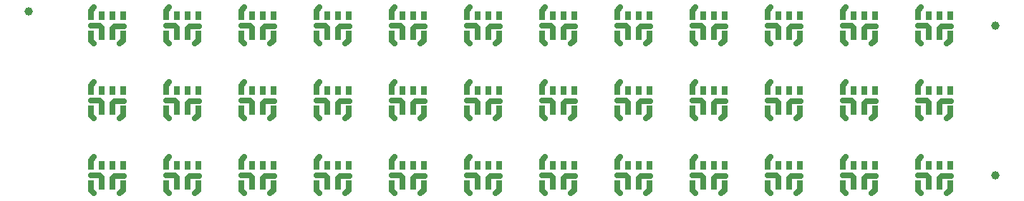
<source format=gbr>
G04 start of page 3 for group 1 idx 1 *
G04 Title: (unknown), bottom *
G04 Creator: pcb 4.0.2 *
G04 CreationDate: Fri Mar 17 03:13:06 2023 UTC *
G04 For: railfan *
G04 Format: Gerber/RS-274X *
G04 PCB-Dimensions (mil): 4900.00 1150.00 *
G04 PCB-Coordinate-Origin: lower left *
%MOIN*%
%FSLAX25Y25*%
%LNBOTTOM*%
%ADD21C,0.0130*%
%ADD20C,0.0270*%
%ADD19C,0.0001*%
%ADD18C,0.0394*%
%ADD17C,0.0250*%
G54D17*X160000Y56000D02*Y52900D01*
X161000Y57000D02*X160000Y56000D01*
X165500Y57000D02*X161000D01*
X155000Y56500D02*Y52900D01*
X154000Y57500D02*X155000Y56500D01*
X150000Y57500D02*X154000D01*
X150000Y64500D02*X151500Y66000D01*
X150000Y62100D02*Y64500D01*
X165000Y50500D02*Y52900D01*
X163500Y49000D02*X165000Y50500D01*
X150000D02*Y52900D01*
X151500Y49000D02*X150000Y50500D01*
X195000Y56000D02*Y52900D01*
X196000Y57000D02*X195000Y56000D01*
X200500Y57000D02*X196000D01*
X200000Y50500D02*Y52900D01*
X198500Y49000D02*X200000Y50500D01*
X190000Y56500D02*Y52900D01*
X189000Y57500D02*X190000Y56500D01*
X185000Y57500D02*X189000D01*
X185000Y64500D02*X186500Y66000D01*
X185000Y62100D02*Y64500D01*
Y50500D02*Y52900D01*
X186500Y49000D02*X185000Y50500D01*
X230000Y56000D02*Y52900D01*
X231000Y57000D02*X230000Y56000D01*
X235500Y57000D02*X231000D01*
X225000Y56500D02*Y52900D01*
X224000Y57500D02*X225000Y56500D01*
X220000Y57500D02*X224000D01*
X220000Y64500D02*X221500Y66000D01*
X220000Y62100D02*Y64500D01*
X235000Y50500D02*Y52900D01*
X233500Y49000D02*X235000Y50500D01*
X220000D02*Y52900D01*
X221500Y49000D02*X220000Y50500D01*
X90000Y56000D02*Y52900D01*
X91000Y57000D02*X90000Y56000D01*
X95500Y57000D02*X91000D01*
X85000Y56500D02*Y52900D01*
X84000Y57500D02*X85000Y56500D01*
X80000Y57500D02*X84000D01*
X80000Y64500D02*X81500Y66000D01*
X80000Y62100D02*Y64500D01*
Y50500D02*Y52900D01*
X81500Y49000D02*X80000Y50500D01*
X95000D02*Y52900D01*
X93500Y49000D02*X95000Y50500D01*
X50000Y56500D02*Y52900D01*
X49000Y57500D02*X50000Y56500D01*
X45000Y57500D02*X49000D01*
X45000Y64500D02*X46500Y66000D01*
X45000Y62100D02*Y64500D01*
X55000Y56000D02*Y52900D01*
X56000Y57000D02*X55000Y56000D01*
X60500Y57000D02*X56000D01*
X60000Y50500D02*Y52900D01*
X58500Y49000D02*X60000Y50500D01*
X45000D02*Y52900D01*
X46500Y49000D02*X45000Y50500D01*
X55000Y91000D02*Y87900D01*
X56000Y92000D02*X55000Y91000D01*
X60500Y92000D02*X56000D01*
X50000Y91500D02*Y87900D01*
X49000Y92500D02*X50000Y91500D01*
X45000Y92500D02*X49000D01*
X45000Y99500D02*X46500Y101000D01*
X45000Y97100D02*Y99500D01*
Y85500D02*Y87900D01*
X46500Y84000D02*X45000Y85500D01*
X60000D02*Y87900D01*
X58500Y84000D02*X60000Y85500D01*
X90000Y91000D02*Y87900D01*
X91000Y92000D02*X90000Y91000D01*
X95500Y92000D02*X91000D01*
X85000Y91500D02*Y87900D01*
X84000Y92500D02*X85000Y91500D01*
X80000Y92500D02*X84000D01*
X80000Y99500D02*X81500Y101000D01*
X80000Y97100D02*Y99500D01*
X95000Y85500D02*Y87900D01*
X93500Y84000D02*X95000Y85500D01*
X80000D02*Y87900D01*
X81500Y84000D02*X80000Y85500D01*
X55000Y21000D02*Y17900D01*
X56000Y22000D02*X55000Y21000D01*
X60500Y22000D02*X56000D01*
X50000Y21500D02*Y17900D01*
X49000Y22500D02*X50000Y21500D01*
X45000Y22500D02*X49000D01*
X45000Y29500D02*X46500Y31000D01*
X45000Y27100D02*Y29500D01*
X60000Y15500D02*Y17900D01*
X58500Y14000D02*X60000Y15500D01*
X45000D02*Y17900D01*
X46500Y14000D02*X45000Y15500D01*
X90000Y21000D02*Y17900D01*
X91000Y22000D02*X90000Y21000D01*
X95500Y22000D02*X91000D01*
X85000Y21500D02*Y17900D01*
X84000Y22500D02*X85000Y21500D01*
X80000Y22500D02*X84000D01*
X80000Y29500D02*X81500Y31000D01*
X80000Y27100D02*Y29500D01*
Y15500D02*Y17900D01*
X81500Y14000D02*X80000Y15500D01*
X95000D02*Y17900D01*
X93500Y14000D02*X95000Y15500D01*
X125000Y56000D02*Y52900D01*
X126000Y57000D02*X125000Y56000D01*
X130500Y57000D02*X126000D01*
X130000Y50500D02*Y52900D01*
X128500Y49000D02*X130000Y50500D01*
X120000Y56500D02*Y52900D01*
X119000Y57500D02*X120000Y56500D01*
X115000Y57500D02*X119000D01*
X115000Y64500D02*X116500Y66000D01*
X115000Y62100D02*Y64500D01*
Y50500D02*Y52900D01*
X116500Y49000D02*X115000Y50500D01*
X125000Y91000D02*Y87900D01*
X126000Y92000D02*X125000Y91000D01*
X130000Y85500D02*Y87900D01*
X128500Y84000D02*X130000Y85500D01*
X130500Y92000D02*X126000D01*
X120000Y91500D02*Y87900D01*
X119000Y92500D02*X120000Y91500D01*
X115000Y92500D02*X119000D01*
X115000Y85500D02*Y87900D01*
X116500Y84000D02*X115000Y85500D01*
Y99500D02*X116500Y101000D01*
X115000Y97100D02*Y99500D01*
X160000Y91000D02*Y87900D01*
X161000Y92000D02*X160000Y91000D01*
X165500Y92000D02*X161000D01*
X155000Y91500D02*Y87900D01*
X154000Y92500D02*X155000Y91500D01*
X150000Y92500D02*X154000D01*
X150000Y99500D02*X151500Y101000D01*
X150000Y97100D02*Y99500D01*
X165000Y85500D02*Y87900D01*
X163500Y84000D02*X165000Y85500D01*
X150000D02*Y87900D01*
X151500Y84000D02*X150000Y85500D01*
X125000Y21000D02*Y17900D01*
X126000Y22000D02*X125000Y21000D01*
X130000Y15500D02*Y17900D01*
X128500Y14000D02*X130000Y15500D01*
X130500Y22000D02*X126000D01*
X120000Y21500D02*Y17900D01*
X119000Y22500D02*X120000Y21500D01*
X115000Y22500D02*X119000D01*
X115000Y15500D02*Y17900D01*
X116500Y14000D02*X115000Y15500D01*
Y29500D02*X116500Y31000D01*
X115000Y27100D02*Y29500D01*
X160000Y21000D02*Y17900D01*
X161000Y22000D02*X160000Y21000D01*
X165500Y22000D02*X161000D01*
X155000Y21500D02*Y17900D01*
X154000Y22500D02*X155000Y21500D01*
X150000Y22500D02*X154000D01*
X150000Y29500D02*X151500Y31000D01*
X150000Y27100D02*Y29500D01*
X165000Y15500D02*Y17900D01*
X163500Y14000D02*X165000Y15500D01*
X150000D02*Y17900D01*
X151500Y14000D02*X150000Y15500D01*
X195000Y21000D02*Y17900D01*
X196000Y22000D02*X195000Y21000D01*
X200500Y22000D02*X196000D01*
X200000Y15500D02*Y17900D01*
X198500Y14000D02*X200000Y15500D01*
X190000Y21500D02*Y17900D01*
X189000Y22500D02*X190000Y21500D01*
X185000Y22500D02*X189000D01*
X185000Y29500D02*X186500Y31000D01*
X185000Y27100D02*Y29500D01*
Y15500D02*Y17900D01*
X186500Y14000D02*X185000Y15500D01*
X230000Y21000D02*Y17900D01*
X231000Y22000D02*X230000Y21000D01*
X235500Y22000D02*X231000D01*
X225000Y21500D02*Y17900D01*
X224000Y22500D02*X225000Y21500D01*
X220000Y22500D02*X224000D01*
X220000Y29500D02*X221500Y31000D01*
X220000Y27100D02*Y29500D01*
X235000Y15500D02*Y17900D01*
X233500Y14000D02*X235000Y15500D01*
X220000D02*Y17900D01*
X221500Y14000D02*X220000Y15500D01*
X265000Y21000D02*Y17900D01*
X266000Y22000D02*X265000Y21000D01*
X270500Y22000D02*X266000D01*
X270000Y15500D02*Y17900D01*
X268500Y14000D02*X270000Y15500D01*
X260000Y21500D02*Y17900D01*
X259000Y22500D02*X260000Y21500D01*
X255000Y22500D02*X259000D01*
X255000Y29500D02*X256500Y31000D01*
X255000Y27100D02*Y29500D01*
Y15500D02*Y17900D01*
X256500Y14000D02*X255000Y15500D01*
X300000Y21000D02*Y17900D01*
X301000Y22000D02*X300000Y21000D01*
X305500Y22000D02*X301000D01*
X295000Y21500D02*Y17900D01*
X294000Y22500D02*X295000Y21500D01*
X290000Y22500D02*X294000D01*
X290000Y29500D02*X291500Y31000D01*
X290000Y27100D02*Y29500D01*
X305000Y15500D02*Y17900D01*
X303500Y14000D02*X305000Y15500D01*
X290000D02*Y17900D01*
X291500Y14000D02*X290000Y15500D01*
X335000Y21000D02*Y17900D01*
X336000Y22000D02*X335000Y21000D01*
X340500Y22000D02*X336000D01*
X340000Y15500D02*Y17900D01*
X338500Y14000D02*X340000Y15500D01*
X330000Y21500D02*Y17900D01*
X329000Y22500D02*X330000Y21500D01*
X325000Y22500D02*X329000D01*
X325000Y29500D02*X326500Y31000D01*
X325000Y27100D02*Y29500D01*
Y15500D02*Y17900D01*
X326500Y14000D02*X325000Y15500D01*
X370000Y21000D02*Y17900D01*
X371000Y22000D02*X370000Y21000D01*
X375500Y22000D02*X371000D01*
X365000Y21500D02*Y17900D01*
X364000Y22500D02*X365000Y21500D01*
X360000Y22500D02*X364000D01*
X360000Y29500D02*X361500Y31000D01*
X360000Y27100D02*Y29500D01*
X375000Y15500D02*Y17900D01*
X373500Y14000D02*X375000Y15500D01*
X360000D02*Y17900D01*
X361500Y14000D02*X360000Y15500D01*
X405000Y21000D02*Y17900D01*
X406000Y22000D02*X405000Y21000D01*
X410500Y22000D02*X406000D01*
X410000Y15500D02*Y17900D01*
X408500Y14000D02*X410000Y15500D01*
X400000Y21500D02*Y17900D01*
X399000Y22500D02*X400000Y21500D01*
X395000Y22500D02*X399000D01*
X395000Y29500D02*X396500Y31000D01*
X395000Y27100D02*Y29500D01*
Y15500D02*Y17900D01*
X396500Y14000D02*X395000Y15500D01*
X440000Y21000D02*Y17900D01*
X441000Y22000D02*X440000Y21000D01*
X445500Y22000D02*X441000D01*
X435000Y21500D02*Y17900D01*
X434000Y22500D02*X435000Y21500D01*
X430000Y22500D02*X434000D01*
X430000Y29500D02*X431500Y31000D01*
X430000Y27100D02*Y29500D01*
X445000Y15500D02*Y17900D01*
X443500Y14000D02*X445000Y15500D01*
X430000D02*Y17900D01*
X431500Y14000D02*X430000Y15500D01*
X265000Y56000D02*Y52900D01*
X266000Y57000D02*X265000Y56000D01*
X270500Y57000D02*X266000D01*
X270000Y50500D02*Y52900D01*
X268500Y49000D02*X270000Y50500D01*
X260000Y56500D02*Y52900D01*
X259000Y57500D02*X260000Y56500D01*
X255000Y57500D02*X259000D01*
X255000Y64500D02*X256500Y66000D01*
X255000Y62100D02*Y64500D01*
Y50500D02*Y52900D01*
X256500Y49000D02*X255000Y50500D01*
X300000Y56000D02*Y52900D01*
X301000Y57000D02*X300000Y56000D01*
X305500Y57000D02*X301000D01*
X295000Y56500D02*Y52900D01*
X294000Y57500D02*X295000Y56500D01*
X290000Y57500D02*X294000D01*
X290000Y64500D02*X291500Y66000D01*
X290000Y62100D02*Y64500D01*
X305000Y50500D02*Y52900D01*
X303500Y49000D02*X305000Y50500D01*
X290000D02*Y52900D01*
X291500Y49000D02*X290000Y50500D01*
X335000Y56000D02*Y52900D01*
X336000Y57000D02*X335000Y56000D01*
X340500Y57000D02*X336000D01*
X340000Y50500D02*Y52900D01*
X338500Y49000D02*X340000Y50500D01*
X330000Y56500D02*Y52900D01*
X329000Y57500D02*X330000Y56500D01*
X325000Y57500D02*X329000D01*
X325000Y64500D02*X326500Y66000D01*
X325000Y62100D02*Y64500D01*
Y50500D02*Y52900D01*
X326500Y49000D02*X325000Y50500D01*
X370000Y56000D02*Y52900D01*
X371000Y57000D02*X370000Y56000D01*
X375500Y57000D02*X371000D01*
X365000Y56500D02*Y52900D01*
X364000Y57500D02*X365000Y56500D01*
X360000Y57500D02*X364000D01*
X360000Y64500D02*X361500Y66000D01*
X360000Y62100D02*Y64500D01*
X375000Y50500D02*Y52900D01*
X373500Y49000D02*X375000Y50500D01*
X360000D02*Y52900D01*
X361500Y49000D02*X360000Y50500D01*
X405000Y56000D02*Y52900D01*
X406000Y57000D02*X405000Y56000D01*
X410500Y57000D02*X406000D01*
X410000Y50500D02*Y52900D01*
X408500Y49000D02*X410000Y50500D01*
X400000Y56500D02*Y52900D01*
X399000Y57500D02*X400000Y56500D01*
X395000Y57500D02*X399000D01*
X395000Y64500D02*X396500Y66000D01*
X395000Y62100D02*Y64500D01*
Y50500D02*Y52900D01*
X396500Y49000D02*X395000Y50500D01*
X440000Y56000D02*Y52900D01*
X441000Y57000D02*X440000Y56000D01*
X445500Y57000D02*X441000D01*
X435000Y56500D02*Y52900D01*
X434000Y57500D02*X435000Y56500D01*
X430000Y57500D02*X434000D01*
X430000Y64500D02*X431500Y66000D01*
X430000Y62100D02*Y64500D01*
X445000Y50500D02*Y52900D01*
X443500Y49000D02*X445000Y50500D01*
X430000D02*Y52900D01*
X431500Y49000D02*X430000Y50500D01*
X195000Y91000D02*Y87900D01*
X196000Y92000D02*X195000Y91000D01*
X200500Y92000D02*X196000D01*
X200000Y85500D02*Y87900D01*
X198500Y84000D02*X200000Y85500D01*
X190000Y91500D02*Y87900D01*
X189000Y92500D02*X190000Y91500D01*
X185000Y92500D02*X189000D01*
X185000Y99500D02*X186500Y101000D01*
X185000Y97100D02*Y99500D01*
Y85500D02*Y87900D01*
X186500Y84000D02*X185000Y85500D01*
X230000Y91000D02*Y87900D01*
X231000Y92000D02*X230000Y91000D01*
X235500Y92000D02*X231000D01*
X225000Y91500D02*Y87900D01*
X224000Y92500D02*X225000Y91500D01*
X220000Y92500D02*X224000D01*
X220000Y99500D02*X221500Y101000D01*
X220000Y97100D02*Y99500D01*
X235000Y85500D02*Y87900D01*
X233500Y84000D02*X235000Y85500D01*
X220000D02*Y87900D01*
X221500Y84000D02*X220000Y85500D01*
X265000Y91000D02*Y87900D01*
X266000Y92000D02*X265000Y91000D01*
X270500Y92000D02*X266000D01*
X270000Y85500D02*Y87900D01*
X268500Y84000D02*X270000Y85500D01*
X260000Y91500D02*Y87900D01*
X259000Y92500D02*X260000Y91500D01*
X255000Y92500D02*X259000D01*
X255000Y99500D02*X256500Y101000D01*
X255000Y97100D02*Y99500D01*
Y85500D02*Y87900D01*
X256500Y84000D02*X255000Y85500D01*
X300000Y91000D02*Y87900D01*
X301000Y92000D02*X300000Y91000D01*
X305500Y92000D02*X301000D01*
X295000Y91500D02*Y87900D01*
X294000Y92500D02*X295000Y91500D01*
X290000Y92500D02*X294000D01*
X290000Y99500D02*X291500Y101000D01*
X290000Y97100D02*Y99500D01*
X305000Y85500D02*Y87900D01*
X303500Y84000D02*X305000Y85500D01*
X290000D02*Y87900D01*
X291500Y84000D02*X290000Y85500D01*
X335000Y91000D02*Y87900D01*
X336000Y92000D02*X335000Y91000D01*
X340500Y92000D02*X336000D01*
X340000Y85500D02*Y87900D01*
X338500Y84000D02*X340000Y85500D01*
X330000Y91500D02*Y87900D01*
X329000Y92500D02*X330000Y91500D01*
X325000Y92500D02*X329000D01*
X325000Y99500D02*X326500Y101000D01*
X325000Y97100D02*Y99500D01*
Y85500D02*Y87900D01*
X326500Y84000D02*X325000Y85500D01*
X370000Y91000D02*Y87900D01*
X371000Y92000D02*X370000Y91000D01*
X375500Y92000D02*X371000D01*
X365000Y91500D02*Y87900D01*
X364000Y92500D02*X365000Y91500D01*
X360000Y92500D02*X364000D01*
X360000Y99500D02*X361500Y101000D01*
X360000Y97100D02*Y99500D01*
X375000Y85500D02*Y87900D01*
X373500Y84000D02*X375000Y85500D01*
X360000D02*Y87900D01*
X361500Y84000D02*X360000Y85500D01*
X405000Y91000D02*Y87900D01*
X406000Y92000D02*X405000Y91000D01*
X410500Y92000D02*X406000D01*
X410000Y85500D02*Y87900D01*
X408500Y84000D02*X410000Y85500D01*
X400000Y91500D02*Y87900D01*
X399000Y92500D02*X400000Y91500D01*
X395000Y92500D02*X399000D01*
X395000Y99500D02*X396500Y101000D01*
X395000Y97100D02*Y99500D01*
Y85500D02*Y87900D01*
X396500Y84000D02*X395000Y85500D01*
X440000Y91000D02*Y87900D01*
X441000Y92000D02*X440000Y91000D01*
X445500Y92000D02*X441000D01*
X435000Y91500D02*Y87900D01*
X434000Y92500D02*X435000Y91500D01*
X430000Y92500D02*X434000D01*
X430000Y99500D02*X431500Y101000D01*
X430000Y97100D02*Y99500D01*
X445000Y85500D02*Y87900D01*
X443500Y84000D02*X445000Y85500D01*
X430000D02*Y87900D01*
X431500Y84000D02*X430000Y85500D01*
G54D18*X16000Y99000D03*
X466000Y22500D03*
Y92500D03*
G54D19*G36*
X121418Y64117D02*X118582D01*
Y60083D01*
X121418D01*
Y64117D01*
G37*
G36*
X126418Y54917D02*X123582D01*
Y50882D01*
X126418D01*
Y54917D01*
G37*
G36*
X121418D02*X118582D01*
Y50882D01*
X121418D01*
Y54917D01*
G37*
G36*
X116418D02*X113582D01*
Y50882D01*
X116418D01*
Y54917D01*
G37*
G36*
Y64117D02*X113582D01*
Y60083D01*
X116418D01*
Y64117D01*
G37*
G36*
X126418D02*X123582D01*
Y60083D01*
X126418D01*
Y64117D01*
G37*
G36*
X131418D02*X128582D01*
Y60083D01*
X131418D01*
Y64117D01*
G37*
G36*
Y54917D02*X128582D01*
Y50882D01*
X131418D01*
Y54917D01*
G37*
G36*
X116418Y19918D02*X113582D01*
Y15882D01*
X116418D01*
Y19918D01*
G37*
G36*
X121418D02*X118582D01*
Y15882D01*
X121418D01*
Y19918D01*
G37*
G36*
X126418D02*X123582D01*
Y15882D01*
X126418D01*
Y19918D01*
G37*
G36*
X116418Y29118D02*X113582D01*
Y25082D01*
X116418D01*
Y29118D01*
G37*
G36*
X121418D02*X118582D01*
Y25082D01*
X121418D01*
Y29118D01*
G37*
G36*
X126418D02*X123582D01*
Y25082D01*
X126418D01*
Y29118D01*
G37*
G36*
X131418D02*X128582D01*
Y25082D01*
X131418D01*
Y29118D01*
G37*
G36*
X56417Y54917D02*X53583D01*
Y50882D01*
X56417D01*
Y54917D01*
G37*
G36*
Y64117D02*X53583D01*
Y60083D01*
X56417D01*
Y64117D01*
G37*
G36*
X46418Y54917D02*X43582D01*
Y50882D01*
X46418D01*
Y54917D01*
G37*
G36*
Y64117D02*X43582D01*
Y60083D01*
X46418D01*
Y64117D01*
G37*
G36*
X51417D02*X48582D01*
Y60083D01*
X51417D01*
Y64117D01*
G37*
G36*
X61417Y54917D02*X58583D01*
Y50882D01*
X61417D01*
Y54917D01*
G37*
G36*
Y64117D02*X58583D01*
Y60083D01*
X61417D01*
Y64117D01*
G37*
G36*
X51417Y54917D02*X48582D01*
Y50882D01*
X51417D01*
Y54917D01*
G37*
G36*
X46418Y89918D02*X43582D01*
Y85882D01*
X46418D01*
Y89918D01*
G37*
G36*
X51417D02*X48582D01*
Y85882D01*
X51417D01*
Y89918D01*
G37*
G36*
X56417D02*X53583D01*
Y85882D01*
X56417D01*
Y89918D01*
G37*
G36*
X46418Y99118D02*X43582D01*
Y95082D01*
X46418D01*
Y99118D01*
G37*
G36*
X51417D02*X48582D01*
Y95082D01*
X51417D01*
Y99118D01*
G37*
G36*
X56417D02*X53583D01*
Y95082D01*
X56417D01*
Y99118D01*
G37*
G36*
X61417D02*X58583D01*
Y95082D01*
X61417D01*
Y99118D01*
G37*
G36*
X46418Y19918D02*X43582D01*
Y15882D01*
X46418D01*
Y19918D01*
G37*
G36*
X51417D02*X48582D01*
Y15882D01*
X51417D01*
Y19918D01*
G37*
G36*
X56417D02*X53583D01*
Y15882D01*
X56417D01*
Y19918D01*
G37*
G36*
X61417D02*X58583D01*
Y15882D01*
X61417D01*
Y19918D01*
G37*
G36*
X46418Y29118D02*X43582D01*
Y25082D01*
X46418D01*
Y29118D01*
G37*
G36*
X51417D02*X48582D01*
Y25082D01*
X51417D01*
Y29118D01*
G37*
G36*
X56417D02*X53583D01*
Y25082D01*
X56417D01*
Y29118D01*
G37*
G36*
X61417D02*X58583D01*
Y25082D01*
X61417D01*
Y29118D01*
G37*
G36*
X86418Y64117D02*X83582D01*
Y60083D01*
X86418D01*
Y64117D01*
G37*
G36*
X91418Y54917D02*X88582D01*
Y50882D01*
X91418D01*
Y54917D01*
G37*
G36*
X86418D02*X83582D01*
Y50882D01*
X86418D01*
Y54917D01*
G37*
G36*
X81418D02*X78582D01*
Y50882D01*
X81418D01*
Y54917D01*
G37*
G36*
Y64117D02*X78582D01*
Y60083D01*
X81418D01*
Y64117D01*
G37*
G36*
X91418D02*X88582D01*
Y60083D01*
X91418D01*
Y64117D01*
G37*
G36*
X96418D02*X93582D01*
Y60083D01*
X96418D01*
Y64117D01*
G37*
G36*
Y54917D02*X93582D01*
Y50882D01*
X96418D01*
Y54917D01*
G37*
G36*
X61417Y89918D02*X58583D01*
Y85882D01*
X61417D01*
Y89918D01*
G37*
G36*
X86418Y99118D02*X83582D01*
Y95082D01*
X86418D01*
Y99118D01*
G37*
G36*
X91418D02*X88582D01*
Y95082D01*
X91418D01*
Y99118D01*
G37*
G36*
X96418D02*X93582D01*
Y95082D01*
X96418D01*
Y99118D01*
G37*
G36*
X81418D02*X78582D01*
Y95082D01*
X81418D01*
Y99118D01*
G37*
G36*
X91418Y89918D02*X88582D01*
Y85882D01*
X91418D01*
Y89918D01*
G37*
G36*
X86418D02*X83582D01*
Y85882D01*
X86418D01*
Y89918D01*
G37*
G36*
X81418D02*X78582D01*
Y85882D01*
X81418D01*
Y89918D01*
G37*
G36*
X96418D02*X93582D01*
Y85882D01*
X96418D01*
Y89918D01*
G37*
G36*
X81418Y19918D02*X78582D01*
Y15882D01*
X81418D01*
Y19918D01*
G37*
G36*
X86418D02*X83582D01*
Y15882D01*
X86418D01*
Y19918D01*
G37*
G36*
X91418D02*X88582D01*
Y15882D01*
X91418D01*
Y19918D01*
G37*
G36*
X96418D02*X93582D01*
Y15882D01*
X96418D01*
Y19918D01*
G37*
G36*
X81418Y29118D02*X78582D01*
Y25082D01*
X81418D01*
Y29118D01*
G37*
G36*
X86418D02*X83582D01*
Y25082D01*
X86418D01*
Y29118D01*
G37*
G36*
X91418D02*X88582D01*
Y25082D01*
X91418D01*
Y29118D01*
G37*
G36*
X96418D02*X93582D01*
Y25082D01*
X96418D01*
Y29118D01*
G37*
G36*
X131418Y89918D02*X128582D01*
Y85882D01*
X131418D01*
Y89918D01*
G37*
G36*
Y99118D02*X128582D01*
Y95082D01*
X131418D01*
Y99118D01*
G37*
G36*
X126418Y89918D02*X123582D01*
Y85882D01*
X126418D01*
Y89918D01*
G37*
G36*
X121418D02*X118582D01*
Y85882D01*
X121418D01*
Y89918D01*
G37*
G36*
X116418D02*X113582D01*
Y85882D01*
X116418D01*
Y89918D01*
G37*
G36*
Y99118D02*X113582D01*
Y95082D01*
X116418D01*
Y99118D01*
G37*
G36*
X121418D02*X118582D01*
Y95082D01*
X121418D01*
Y99118D01*
G37*
G36*
X126418D02*X123582D01*
Y95082D01*
X126418D01*
Y99118D01*
G37*
G36*
X151418Y89918D02*X148582D01*
Y85882D01*
X151418D01*
Y89918D01*
G37*
G36*
X161418Y99118D02*X158582D01*
Y95082D01*
X161418D01*
Y99118D01*
G37*
G36*
X151418D02*X148582D01*
Y95082D01*
X151418D01*
Y99118D01*
G37*
G36*
X156418D02*X153582D01*
Y95082D01*
X156418D01*
Y99118D01*
G37*
G36*
X166418Y89918D02*X163582D01*
Y85882D01*
X166418D01*
Y89918D01*
G37*
G36*
Y99118D02*X163582D01*
Y95082D01*
X166418D01*
Y99118D01*
G37*
G36*
X156418Y89918D02*X153582D01*
Y85882D01*
X156418D01*
Y89918D01*
G37*
G36*
X161418D02*X158582D01*
Y85882D01*
X161418D01*
Y89918D01*
G37*
G36*
X156418Y64117D02*X153582D01*
Y60083D01*
X156418D01*
Y64117D01*
G37*
G36*
X161418Y54917D02*X158582D01*
Y50882D01*
X161418D01*
Y54917D01*
G37*
G36*
X156418D02*X153582D01*
Y50882D01*
X156418D01*
Y54917D01*
G37*
G36*
X151418D02*X148582D01*
Y50882D01*
X151418D01*
Y54917D01*
G37*
G36*
Y64117D02*X148582D01*
Y60083D01*
X151418D01*
Y64117D01*
G37*
G36*
X161418D02*X158582D01*
Y60083D01*
X161418D01*
Y64117D01*
G37*
G36*
X166418D02*X163582D01*
Y60083D01*
X166418D01*
Y64117D01*
G37*
G36*
Y54917D02*X163582D01*
Y50882D01*
X166418D01*
Y54917D01*
G37*
G36*
X131418Y19918D02*X128582D01*
Y15882D01*
X131418D01*
Y19918D01*
G37*
G36*
X156418Y29118D02*X153582D01*
Y25082D01*
X156418D01*
Y29118D01*
G37*
G36*
X161418D02*X158582D01*
Y25082D01*
X161418D01*
Y29118D01*
G37*
G36*
X166418D02*X163582D01*
Y25082D01*
X166418D01*
Y29118D01*
G37*
G36*
X151418D02*X148582D01*
Y25082D01*
X151418D01*
Y29118D01*
G37*
G36*
X161418Y19918D02*X158582D01*
Y15882D01*
X161418D01*
Y19918D01*
G37*
G36*
X156418D02*X153582D01*
Y15882D01*
X156418D01*
Y19918D01*
G37*
G36*
X151418D02*X148582D01*
Y15882D01*
X151418D01*
Y19918D01*
G37*
G36*
X166418D02*X163582D01*
Y15882D01*
X166418D01*
Y19918D01*
G37*
G36*
X191418Y64117D02*X188582D01*
Y60083D01*
X191418D01*
Y64117D01*
G37*
G36*
X196418Y54917D02*X193582D01*
Y50882D01*
X196418D01*
Y54917D01*
G37*
G36*
X191418D02*X188582D01*
Y50882D01*
X191418D01*
Y54917D01*
G37*
G36*
X186418D02*X183582D01*
Y50882D01*
X186418D01*
Y54917D01*
G37*
G36*
Y64117D02*X183582D01*
Y60083D01*
X186418D01*
Y64117D01*
G37*
G36*
X196418D02*X193582D01*
Y60083D01*
X196418D01*
Y64117D01*
G37*
G36*
X201418D02*X198582D01*
Y60083D01*
X201418D01*
Y64117D01*
G37*
G36*
Y54917D02*X198582D01*
Y50882D01*
X201418D01*
Y54917D01*
G37*
G36*
X226418Y64117D02*X223582D01*
Y60083D01*
X226418D01*
Y64117D01*
G37*
G36*
X231418Y54917D02*X228582D01*
Y50882D01*
X231418D01*
Y54917D01*
G37*
G36*
X226418D02*X223582D01*
Y50882D01*
X226418D01*
Y54917D01*
G37*
G36*
X221418D02*X218582D01*
Y50882D01*
X221418D01*
Y54917D01*
G37*
G36*
Y64117D02*X218582D01*
Y60083D01*
X221418D01*
Y64117D01*
G37*
G36*
X231418D02*X228582D01*
Y60083D01*
X231418D01*
Y64117D01*
G37*
G36*
X236418D02*X233582D01*
Y60083D01*
X236418D01*
Y64117D01*
G37*
G36*
Y54917D02*X233582D01*
Y50882D01*
X236418D01*
Y54917D01*
G37*
G36*
X261418Y64117D02*X258582D01*
Y60083D01*
X261418D01*
Y64117D01*
G37*
G36*
X266418Y54917D02*X263582D01*
Y50882D01*
X266418D01*
Y54917D01*
G37*
G36*
X261418D02*X258582D01*
Y50882D01*
X261418D01*
Y54917D01*
G37*
G36*
X256418D02*X253582D01*
Y50882D01*
X256418D01*
Y54917D01*
G37*
G36*
Y64117D02*X253582D01*
Y60083D01*
X256418D01*
Y64117D01*
G37*
G36*
X266418D02*X263582D01*
Y60083D01*
X266418D01*
Y64117D01*
G37*
G36*
X271418D02*X268582D01*
Y60083D01*
X271418D01*
Y64117D01*
G37*
G36*
Y54917D02*X268582D01*
Y50882D01*
X271418D01*
Y54917D01*
G37*
G36*
X296418Y64117D02*X293582D01*
Y60083D01*
X296418D01*
Y64117D01*
G37*
G36*
X301418Y54917D02*X298582D01*
Y50882D01*
X301418D01*
Y54917D01*
G37*
G36*
X296418D02*X293582D01*
Y50882D01*
X296418D01*
Y54917D01*
G37*
G36*
X291418D02*X288582D01*
Y50882D01*
X291418D01*
Y54917D01*
G37*
G36*
Y64117D02*X288582D01*
Y60083D01*
X291418D01*
Y64117D01*
G37*
G36*
X301418D02*X298582D01*
Y60083D01*
X301418D01*
Y64117D01*
G37*
G36*
X306418D02*X303582D01*
Y60083D01*
X306418D01*
Y64117D01*
G37*
G36*
Y54917D02*X303582D01*
Y50882D01*
X306418D01*
Y54917D01*
G37*
G36*
X331418Y64117D02*X328582D01*
Y60083D01*
X331418D01*
Y64117D01*
G37*
G36*
X336418Y54917D02*X333582D01*
Y50882D01*
X336418D01*
Y54917D01*
G37*
G36*
X331418D02*X328582D01*
Y50882D01*
X331418D01*
Y54917D01*
G37*
G36*
X326418D02*X323582D01*
Y50882D01*
X326418D01*
Y54917D01*
G37*
G36*
Y64117D02*X323582D01*
Y60083D01*
X326418D01*
Y64117D01*
G37*
G36*
X336418D02*X333582D01*
Y60083D01*
X336418D01*
Y64117D01*
G37*
G36*
X341418D02*X338582D01*
Y60083D01*
X341418D01*
Y64117D01*
G37*
G36*
Y54917D02*X338582D01*
Y50882D01*
X341418D01*
Y54917D01*
G37*
G36*
X366418Y64117D02*X363582D01*
Y60083D01*
X366418D01*
Y64117D01*
G37*
G36*
X371418Y54917D02*X368582D01*
Y50882D01*
X371418D01*
Y54917D01*
G37*
G36*
X366418D02*X363582D01*
Y50882D01*
X366418D01*
Y54917D01*
G37*
G36*
X361418D02*X358582D01*
Y50882D01*
X361418D01*
Y54917D01*
G37*
G36*
Y64117D02*X358582D01*
Y60083D01*
X361418D01*
Y64117D01*
G37*
G36*
X371418D02*X368582D01*
Y60083D01*
X371418D01*
Y64117D01*
G37*
G36*
X376418D02*X373582D01*
Y60083D01*
X376418D01*
Y64117D01*
G37*
G36*
Y54917D02*X373582D01*
Y50882D01*
X376418D01*
Y54917D01*
G37*
G36*
X401418Y64117D02*X398582D01*
Y60083D01*
X401418D01*
Y64117D01*
G37*
G36*
X406418Y54917D02*X403582D01*
Y50882D01*
X406418D01*
Y54917D01*
G37*
G36*
X401418D02*X398582D01*
Y50882D01*
X401418D01*
Y54917D01*
G37*
G36*
X396418D02*X393582D01*
Y50882D01*
X396418D01*
Y54917D01*
G37*
G36*
Y64117D02*X393582D01*
Y60083D01*
X396418D01*
Y64117D01*
G37*
G36*
X406418D02*X403582D01*
Y60083D01*
X406418D01*
Y64117D01*
G37*
G36*
X411418D02*X408582D01*
Y60083D01*
X411418D01*
Y64117D01*
G37*
G36*
Y54917D02*X408582D01*
Y50882D01*
X411418D01*
Y54917D01*
G37*
G36*
X436418Y64117D02*X433582D01*
Y60083D01*
X436418D01*
Y64117D01*
G37*
G36*
X446418Y54917D02*X443582D01*
Y50882D01*
X446418D01*
Y54917D01*
G37*
G36*
X441418D02*X438582D01*
Y50882D01*
X441418D01*
Y54917D01*
G37*
G36*
X436418D02*X433582D01*
Y50882D01*
X436418D01*
Y54917D01*
G37*
G36*
X431418D02*X428582D01*
Y50882D01*
X431418D01*
Y54917D01*
G37*
G36*
Y64117D02*X428582D01*
Y60083D01*
X431418D01*
Y64117D01*
G37*
G36*
X441418D02*X438582D01*
Y60083D01*
X441418D01*
Y64117D01*
G37*
G36*
X446418D02*X443582D01*
Y60083D01*
X446418D01*
Y64117D01*
G37*
G36*
X191418Y99118D02*X188582D01*
Y95082D01*
X191418D01*
Y99118D01*
G37*
G36*
X196418Y89918D02*X193582D01*
Y85882D01*
X196418D01*
Y89918D01*
G37*
G36*
X191418D02*X188582D01*
Y85882D01*
X191418D01*
Y89918D01*
G37*
G36*
X186418D02*X183582D01*
Y85882D01*
X186418D01*
Y89918D01*
G37*
G36*
Y99118D02*X183582D01*
Y95082D01*
X186418D01*
Y99118D01*
G37*
G36*
X196418D02*X193582D01*
Y95082D01*
X196418D01*
Y99118D01*
G37*
G36*
X201418D02*X198582D01*
Y95082D01*
X201418D01*
Y99118D01*
G37*
G36*
Y89918D02*X198582D01*
Y85882D01*
X201418D01*
Y89918D01*
G37*
G36*
X226418Y99118D02*X223582D01*
Y95082D01*
X226418D01*
Y99118D01*
G37*
G36*
X231418Y89918D02*X228582D01*
Y85882D01*
X231418D01*
Y89918D01*
G37*
G36*
X226418D02*X223582D01*
Y85882D01*
X226418D01*
Y89918D01*
G37*
G36*
X221418D02*X218582D01*
Y85882D01*
X221418D01*
Y89918D01*
G37*
G36*
Y99118D02*X218582D01*
Y95082D01*
X221418D01*
Y99118D01*
G37*
G36*
X231418D02*X228582D01*
Y95082D01*
X231418D01*
Y99118D01*
G37*
G36*
X236418D02*X233582D01*
Y95082D01*
X236418D01*
Y99118D01*
G37*
G36*
Y89918D02*X233582D01*
Y85882D01*
X236418D01*
Y89918D01*
G37*
G36*
X261418Y99118D02*X258582D01*
Y95082D01*
X261418D01*
Y99118D01*
G37*
G36*
X266418Y89918D02*X263582D01*
Y85882D01*
X266418D01*
Y89918D01*
G37*
G36*
X261418D02*X258582D01*
Y85882D01*
X261418D01*
Y89918D01*
G37*
G36*
X256418D02*X253582D01*
Y85882D01*
X256418D01*
Y89918D01*
G37*
G36*
Y99118D02*X253582D01*
Y95082D01*
X256418D01*
Y99118D01*
G37*
G36*
X266418D02*X263582D01*
Y95082D01*
X266418D01*
Y99118D01*
G37*
G36*
X271418D02*X268582D01*
Y95082D01*
X271418D01*
Y99118D01*
G37*
G36*
Y89918D02*X268582D01*
Y85882D01*
X271418D01*
Y89918D01*
G37*
G36*
X296418Y99118D02*X293582D01*
Y95082D01*
X296418D01*
Y99118D01*
G37*
G36*
X301418Y89918D02*X298582D01*
Y85882D01*
X301418D01*
Y89918D01*
G37*
G36*
X296418D02*X293582D01*
Y85882D01*
X296418D01*
Y89918D01*
G37*
G36*
X291418D02*X288582D01*
Y85882D01*
X291418D01*
Y89918D01*
G37*
G36*
Y99118D02*X288582D01*
Y95082D01*
X291418D01*
Y99118D01*
G37*
G36*
X301418D02*X298582D01*
Y95082D01*
X301418D01*
Y99118D01*
G37*
G36*
X306418D02*X303582D01*
Y95082D01*
X306418D01*
Y99118D01*
G37*
G36*
Y89918D02*X303582D01*
Y85882D01*
X306418D01*
Y89918D01*
G37*
G36*
X331418Y99118D02*X328582D01*
Y95082D01*
X331418D01*
Y99118D01*
G37*
G36*
X336418Y89918D02*X333582D01*
Y85882D01*
X336418D01*
Y89918D01*
G37*
G36*
X331418D02*X328582D01*
Y85882D01*
X331418D01*
Y89918D01*
G37*
G36*
X326418D02*X323582D01*
Y85882D01*
X326418D01*
Y89918D01*
G37*
G36*
Y99118D02*X323582D01*
Y95082D01*
X326418D01*
Y99118D01*
G37*
G36*
X336418D02*X333582D01*
Y95082D01*
X336418D01*
Y99118D01*
G37*
G36*
X341418D02*X338582D01*
Y95082D01*
X341418D01*
Y99118D01*
G37*
G36*
Y89918D02*X338582D01*
Y85882D01*
X341418D01*
Y89918D01*
G37*
G36*
X366418Y99118D02*X363582D01*
Y95082D01*
X366418D01*
Y99118D01*
G37*
G36*
X371418Y89918D02*X368582D01*
Y85882D01*
X371418D01*
Y89918D01*
G37*
G36*
X366418D02*X363582D01*
Y85882D01*
X366418D01*
Y89918D01*
G37*
G36*
X361418D02*X358582D01*
Y85882D01*
X361418D01*
Y89918D01*
G37*
G36*
Y99118D02*X358582D01*
Y95082D01*
X361418D01*
Y99118D01*
G37*
G36*
X371418D02*X368582D01*
Y95082D01*
X371418D01*
Y99118D01*
G37*
G36*
X376418D02*X373582D01*
Y95082D01*
X376418D01*
Y99118D01*
G37*
G36*
Y89918D02*X373582D01*
Y85882D01*
X376418D01*
Y89918D01*
G37*
G36*
X401418Y99118D02*X398582D01*
Y95082D01*
X401418D01*
Y99118D01*
G37*
G36*
X406418Y89918D02*X403582D01*
Y85882D01*
X406418D01*
Y89918D01*
G37*
G36*
X401418D02*X398582D01*
Y85882D01*
X401418D01*
Y89918D01*
G37*
G36*
X396418D02*X393582D01*
Y85882D01*
X396418D01*
Y89918D01*
G37*
G36*
Y99118D02*X393582D01*
Y95082D01*
X396418D01*
Y99118D01*
G37*
G36*
X406418D02*X403582D01*
Y95082D01*
X406418D01*
Y99118D01*
G37*
G36*
X411418D02*X408582D01*
Y95082D01*
X411418D01*
Y99118D01*
G37*
G36*
Y89918D02*X408582D01*
Y85882D01*
X411418D01*
Y89918D01*
G37*
G36*
X436418Y99118D02*X433582D01*
Y95082D01*
X436418D01*
Y99118D01*
G37*
G36*
X446418Y89918D02*X443582D01*
Y85882D01*
X446418D01*
Y89918D01*
G37*
G36*
X441418D02*X438582D01*
Y85882D01*
X441418D01*
Y89918D01*
G37*
G36*
X436418D02*X433582D01*
Y85882D01*
X436418D01*
Y89918D01*
G37*
G36*
X431418D02*X428582D01*
Y85882D01*
X431418D01*
Y89918D01*
G37*
G36*
Y99118D02*X428582D01*
Y95082D01*
X431418D01*
Y99118D01*
G37*
G36*
X441418D02*X438582D01*
Y95082D01*
X441418D01*
Y99118D01*
G37*
G36*
X446418D02*X443582D01*
Y95082D01*
X446418D01*
Y99118D01*
G37*
G36*
X201418Y19918D02*X198582D01*
Y15882D01*
X201418D01*
Y19918D01*
G37*
G36*
Y29118D02*X198582D01*
Y25082D01*
X201418D01*
Y29118D01*
G37*
G36*
X196418Y19918D02*X193582D01*
Y15882D01*
X196418D01*
Y19918D01*
G37*
G36*
X191418D02*X188582D01*
Y15882D01*
X191418D01*
Y19918D01*
G37*
G36*
X186418D02*X183582D01*
Y15882D01*
X186418D01*
Y19918D01*
G37*
G36*
Y29118D02*X183582D01*
Y25082D01*
X186418D01*
Y29118D01*
G37*
G36*
X191418D02*X188582D01*
Y25082D01*
X191418D01*
Y29118D01*
G37*
G36*
X196418D02*X193582D01*
Y25082D01*
X196418D01*
Y29118D01*
G37*
G36*
X221418Y19918D02*X218582D01*
Y15882D01*
X221418D01*
Y19918D01*
G37*
G36*
X231418Y29118D02*X228582D01*
Y25082D01*
X231418D01*
Y29118D01*
G37*
G36*
X221418D02*X218582D01*
Y25082D01*
X221418D01*
Y29118D01*
G37*
G36*
X226418D02*X223582D01*
Y25082D01*
X226418D01*
Y29118D01*
G37*
G36*
X236418Y19918D02*X233582D01*
Y15882D01*
X236418D01*
Y19918D01*
G37*
G36*
Y29118D02*X233582D01*
Y25082D01*
X236418D01*
Y29118D01*
G37*
G36*
X226418Y19918D02*X223582D01*
Y15882D01*
X226418D01*
Y19918D01*
G37*
G36*
X231418D02*X228582D01*
Y15882D01*
X231418D01*
Y19918D01*
G37*
G36*
X261418Y29118D02*X258582D01*
Y25082D01*
X261418D01*
Y29118D01*
G37*
G36*
X266418Y19918D02*X263582D01*
Y15882D01*
X266418D01*
Y19918D01*
G37*
G36*
X261418D02*X258582D01*
Y15882D01*
X261418D01*
Y19918D01*
G37*
G36*
X256418D02*X253582D01*
Y15882D01*
X256418D01*
Y19918D01*
G37*
G36*
Y29118D02*X253582D01*
Y25082D01*
X256418D01*
Y29118D01*
G37*
G36*
X266418D02*X263582D01*
Y25082D01*
X266418D01*
Y29118D01*
G37*
G36*
X271418D02*X268582D01*
Y25082D01*
X271418D01*
Y29118D01*
G37*
G36*
Y19918D02*X268582D01*
Y15882D01*
X271418D01*
Y19918D01*
G37*
G36*
X296418Y29118D02*X293582D01*
Y25082D01*
X296418D01*
Y29118D01*
G37*
G36*
X301418Y19918D02*X298582D01*
Y15882D01*
X301418D01*
Y19918D01*
G37*
G36*
X296418D02*X293582D01*
Y15882D01*
X296418D01*
Y19918D01*
G37*
G36*
X291418D02*X288582D01*
Y15882D01*
X291418D01*
Y19918D01*
G37*
G36*
Y29118D02*X288582D01*
Y25082D01*
X291418D01*
Y29118D01*
G37*
G36*
X301418D02*X298582D01*
Y25082D01*
X301418D01*
Y29118D01*
G37*
G36*
X306418D02*X303582D01*
Y25082D01*
X306418D01*
Y29118D01*
G37*
G36*
Y19918D02*X303582D01*
Y15882D01*
X306418D01*
Y19918D01*
G37*
G36*
X331418Y29118D02*X328582D01*
Y25082D01*
X331418D01*
Y29118D01*
G37*
G36*
X336418Y19918D02*X333582D01*
Y15882D01*
X336418D01*
Y19918D01*
G37*
G36*
X331418D02*X328582D01*
Y15882D01*
X331418D01*
Y19918D01*
G37*
G36*
X326418D02*X323582D01*
Y15882D01*
X326418D01*
Y19918D01*
G37*
G36*
Y29118D02*X323582D01*
Y25082D01*
X326418D01*
Y29118D01*
G37*
G36*
X336418D02*X333582D01*
Y25082D01*
X336418D01*
Y29118D01*
G37*
G36*
X341418D02*X338582D01*
Y25082D01*
X341418D01*
Y29118D01*
G37*
G36*
Y19918D02*X338582D01*
Y15882D01*
X341418D01*
Y19918D01*
G37*
G36*
X366418Y29118D02*X363582D01*
Y25082D01*
X366418D01*
Y29118D01*
G37*
G36*
X371418Y19918D02*X368582D01*
Y15882D01*
X371418D01*
Y19918D01*
G37*
G36*
X366418D02*X363582D01*
Y15882D01*
X366418D01*
Y19918D01*
G37*
G36*
X361418D02*X358582D01*
Y15882D01*
X361418D01*
Y19918D01*
G37*
G36*
Y29118D02*X358582D01*
Y25082D01*
X361418D01*
Y29118D01*
G37*
G36*
X371418D02*X368582D01*
Y25082D01*
X371418D01*
Y29118D01*
G37*
G36*
X376418D02*X373582D01*
Y25082D01*
X376418D01*
Y29118D01*
G37*
G36*
Y19918D02*X373582D01*
Y15882D01*
X376418D01*
Y19918D01*
G37*
G36*
X401418Y29118D02*X398582D01*
Y25082D01*
X401418D01*
Y29118D01*
G37*
G36*
X406418Y19918D02*X403582D01*
Y15882D01*
X406418D01*
Y19918D01*
G37*
G36*
X401418D02*X398582D01*
Y15882D01*
X401418D01*
Y19918D01*
G37*
G36*
X396418D02*X393582D01*
Y15882D01*
X396418D01*
Y19918D01*
G37*
G36*
Y29118D02*X393582D01*
Y25082D01*
X396418D01*
Y29118D01*
G37*
G36*
X406418D02*X403582D01*
Y25082D01*
X406418D01*
Y29118D01*
G37*
G36*
X411418D02*X408582D01*
Y25082D01*
X411418D01*
Y29118D01*
G37*
G36*
Y19918D02*X408582D01*
Y15882D01*
X411418D01*
Y19918D01*
G37*
G36*
X436418Y29118D02*X433582D01*
Y25082D01*
X436418D01*
Y29118D01*
G37*
G36*
X446418Y19918D02*X443582D01*
Y15882D01*
X446418D01*
Y19918D01*
G37*
G36*
X441418D02*X438582D01*
Y15882D01*
X441418D01*
Y19918D01*
G37*
G36*
X436418D02*X433582D01*
Y15882D01*
X436418D01*
Y19918D01*
G37*
G36*
X431418D02*X428582D01*
Y15882D01*
X431418D01*
Y19918D01*
G37*
G36*
Y29118D02*X428582D01*
Y25082D01*
X431418D01*
Y29118D01*
G37*
G36*
X441418D02*X438582D01*
Y25082D01*
X441418D01*
Y29118D01*
G37*
G36*
X446418D02*X443582D01*
Y25082D01*
X446418D01*
Y29118D01*
G37*
G54D20*X186500Y66000D03*
X221500D03*
X256500D03*
X185000Y57500D03*
X186500Y49000D03*
X200500Y57000D03*
X198500Y49000D03*
X220000Y57500D03*
X221500Y49000D03*
X235500Y57000D03*
X233500Y49000D03*
X255000Y57500D03*
X256500Y49000D03*
X270500Y57000D03*
X290000Y57500D03*
X305500Y57000D03*
X268500Y49000D03*
X303500D03*
X291500D03*
X338500D03*
X326500D03*
X325000Y57500D03*
X340500Y57000D03*
X360000Y57500D03*
X375500Y57000D03*
X373500Y49000D03*
X361500D03*
X396500Y66000D03*
X395000Y57500D03*
X410500Y57000D03*
X408500Y49000D03*
X396500D03*
X291500Y66000D03*
X326500D03*
X361500D03*
X431500D03*
X430000Y57500D03*
X445500Y57000D03*
X443500Y49000D03*
X431500D03*
X116500Y66000D03*
X151500D03*
X115000Y57500D03*
X130500Y57000D03*
X128500Y49000D03*
X116500D03*
X150000Y57500D03*
X165500Y57000D03*
X163500Y49000D03*
X151500D03*
X60500Y57000D03*
X58500Y49000D03*
X81500Y66000D03*
X80000Y57500D03*
X81500Y49000D03*
X46500Y66000D03*
X45000Y57500D03*
X46500Y49000D03*
X93500D03*
X95500Y22000D03*
X93500Y14000D03*
X45000Y92500D03*
X60500Y92000D03*
X58500Y84000D03*
X46500D03*
Y31000D03*
X81500D03*
X45000Y22500D03*
X60500Y22000D03*
X58500Y14000D03*
X46500D03*
X80000Y22500D03*
X81500Y14000D03*
X95500Y57000D03*
Y92000D03*
X93500Y84000D03*
X46500Y101000D03*
X81500D03*
X116500D03*
X151500D03*
X186500D03*
X221500D03*
X80000Y92500D03*
X81500Y84000D03*
X115000Y92500D03*
X116500Y84000D03*
X221500D03*
X130500Y92000D03*
X150000Y92500D03*
X165500Y92000D03*
X128500Y84000D03*
X163500D03*
X151500D03*
X198500D03*
X186500D03*
X185000Y92500D03*
X200500Y92000D03*
X220000Y92500D03*
X235500Y92000D03*
X116500Y31000D03*
X151500D03*
X186500D03*
X115000Y22500D03*
X116500Y14000D03*
X130500Y22000D03*
X128500Y14000D03*
X150000Y22500D03*
X151500Y14000D03*
X165500Y22000D03*
X163500Y14000D03*
X185000Y22500D03*
X186500Y14000D03*
X233500Y84000D03*
X256500Y101000D03*
X291500D03*
X255000Y92500D03*
X270500Y92000D03*
X268500Y84000D03*
X256500D03*
X290000Y92500D03*
X305500Y92000D03*
X303500Y84000D03*
X291500D03*
X326500Y101000D03*
X361500D03*
X325000Y92500D03*
X340500Y92000D03*
X338500Y84000D03*
X326500D03*
X360000Y92500D03*
X375500Y92000D03*
X373500Y84000D03*
X361500D03*
X396500Y101000D03*
X431500D03*
X395000Y92500D03*
X410500Y92000D03*
X408500Y84000D03*
X396500D03*
X430000Y92500D03*
X445500Y92000D03*
X443500Y84000D03*
X431500D03*
X200500Y22000D03*
X220000Y22500D03*
X235500Y22000D03*
X198500Y14000D03*
X233500D03*
X221500D03*
X268500D03*
X256500D03*
X255000Y22500D03*
X270500Y22000D03*
X290000Y22500D03*
X305500Y22000D03*
X303500Y14000D03*
X291500D03*
X326500Y31000D03*
X325000Y22500D03*
X340500Y22000D03*
X338500Y14000D03*
X326500D03*
X221500Y31000D03*
X256500D03*
X291500D03*
X361500D03*
X396500D03*
X431500D03*
X360000Y22500D03*
X375500Y22000D03*
X395000Y22500D03*
X410500Y22000D03*
X430000Y22500D03*
X445500Y22000D03*
X373500Y14000D03*
X361500D03*
X408500D03*
X396500D03*
X443500D03*
X431500D03*
G54D21*M02*

</source>
